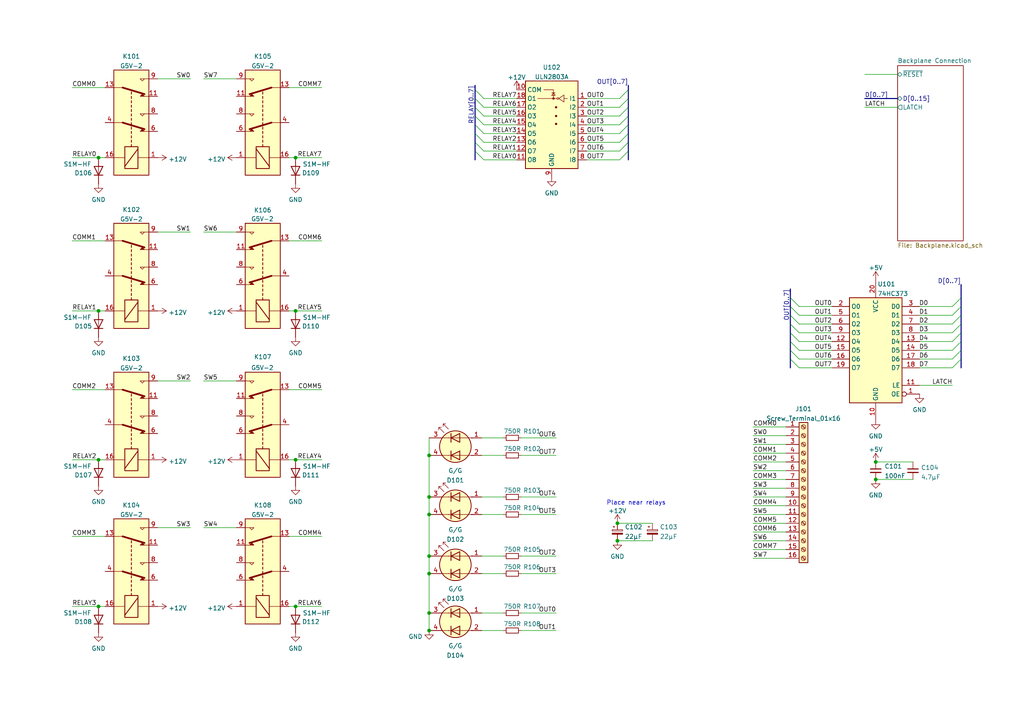
<source format=kicad_sch>
(kicad_sch (version 20211123) (generator eeschema)
  (paper "A4")
  (title_block (title "8 Channel Relay IO") (date "2022-01-09") (rev "1") (company "Tristan Seifert") (comment 1 "NOTE: Not for switching mains!"))
  (lib_symbols
    (symbol "74xx:74HC373"
      (property "Reference" "U" (at -7.62 16.51 0))
      (property "Value" "74HC373" (at -7.62 -16.51 0))
      (symbol "74HC373_1_0"
        (pin input inverted (at -12.7 -12.7 0) (length 5.08) (name "OE") (number "1"))
        (pin power_in line (at 0 -20.32 90) (length 5.08) (name "GND") (number "10"))
        (pin input line (at -12.7 -10.16 0) (length 5.08) (name "LE") (number "11"))
        (pin tri_state line (at 12.7 2.54 180) (length 5.08) (name "O4") (number "12"))
        (pin input line (at -12.7 2.54 0) (length 5.08) (name "D4") (number "13"))
        (pin input line (at -12.7 0 0) (length 5.08) (name "D5") (number "14"))
        (pin tri_state line (at 12.7 0 180) (length 5.08) (name "O5") (number "15"))
        (pin tri_state line (at 12.7 -2.54 180) (length 5.08) (name "O6") (number "16"))
        (pin input line (at -12.7 -2.54 0) (length 5.08) (name "D6") (number "17"))
        (pin input line (at -12.7 -5.08 0) (length 5.08) (name "D7") (number "18"))
        (pin tri_state line (at 12.7 -5.08 180) (length 5.08) (name "O7") (number "19"))
        (pin tri_state line (at 12.7 12.7 180) (length 5.08) (name "O0") (number "2"))
        (pin power_in line (at 0 20.32 270) (length 5.08) (name "VCC") (number "20"))
        (pin input line (at -12.7 12.7 0) (length 5.08) (name "D0") (number "3"))
        (pin input line (at -12.7 10.16 0) (length 5.08) (name "D1") (number "4"))
        (pin tri_state line (at 12.7 10.16 180) (length 5.08) (name "O1") (number "5"))
        (pin tri_state line (at 12.7 7.62 180) (length 5.08) (name "O2") (number "6"))
        (pin input line (at -12.7 7.62 0) (length 5.08) (name "D2") (number "7"))
        (pin input line (at -12.7 5.08 0) (length 5.08) (name "D3") (number "8"))
        (pin tri_state line (at 12.7 5.08 180) (length 5.08) (name "O3") (number "9"))
      )
      (symbol "74HC373_1_1"
        (rectangle (start -7.62 15.24) (end 7.62 -15.24) (stroke (width 0.254)) (fill (type background)))
      )
    )
    (symbol "Connector:Screw_Terminal_01x16" (pin_names (offset 1.016) hide)
      (property "Reference" "J" (at 0 20.32 0))
      (property "Value" "Screw_Terminal_01x16" (at 0 -22.86 0))
      (symbol "Screw_Terminal_01x16_1_1"
        (rectangle (start -1.27 19.05) (end 1.27 -21.59) (stroke (width 0.254)) (fill (type background)))
        (circle (center 0 -20.32) (radius 0.635) (stroke (width 0.1524)))
        (circle (center 0 -17.78) (radius 0.635) (stroke (width 0.1524)))
        (circle (center 0 -15.24) (radius 0.635) (stroke (width 0.1524)))
        (circle (center 0 -12.7) (radius 0.635) (stroke (width 0.1524)))
        (circle (center 0 -10.16) (radius 0.635) (stroke (width 0.1524)))
        (circle (center 0 -7.62) (radius 0.635) (stroke (width 0.1524)))
        (circle (center 0 -5.08) (radius 0.635) (stroke (width 0.1524)))
        (circle (center 0 -2.54) (radius 0.635) (stroke (width 0.1524)))
        (polyline (pts (xy -0.5334 -19.9898) (xy 0.3302 -20.828)) (stroke (width 0.1524)))
        (polyline (pts (xy -0.5334 -17.4498) (xy 0.3302 -18.288)) (stroke (width 0.1524)))
        (polyline (pts (xy -0.5334 -14.9098) (xy 0.3302 -15.748)) (stroke (width 0.1524)))
        (polyline (pts (xy -0.5334 -12.3698) (xy 0.3302 -13.208)) (stroke (width 0.1524)))
        (polyline (pts (xy -0.5334 -9.8298) (xy 0.3302 -10.668)) (stroke (width 0.1524)))
        (polyline (pts (xy -0.5334 -7.2898) (xy 0.3302 -8.128)) (stroke (width 0.1524)))
        (polyline (pts (xy -0.5334 -4.7498) (xy 0.3302 -5.588)) (stroke (width 0.1524)))
        (polyline (pts (xy -0.5334 -2.2098) (xy 0.3302 -3.048)) (stroke (width 0.1524)))
        (polyline (pts (xy -0.5334 0.3302) (xy 0.3302 -0.508)) (stroke (width 0.1524)))
        (polyline (pts (xy -0.5334 2.8702) (xy 0.3302 2.032)) (stroke (width 0.1524)))
        (polyline (pts (xy -0.5334 5.4102) (xy 0.3302 4.572)) (stroke (width 0.1524)))
        (polyline (pts (xy -0.5334 7.9502) (xy 0.3302 7.112)) (stroke (width 0.1524)))
        (polyline (pts (xy -0.5334 10.4902) (xy 0.3302 9.652)) (stroke (width 0.1524)))
        (polyline (pts (xy -0.5334 13.0302) (xy 0.3302 12.192)) (stroke (width 0.1524)))
        (polyline (pts (xy -0.5334 15.5702) (xy 0.3302 14.732)) (stroke (width 0.1524)))
        (polyline (pts (xy -0.5334 18.1102) (xy 0.3302 17.272)) (stroke (width 0.1524)))
        (polyline (pts (xy -0.3556 -19.812) (xy 0.508 -20.6502)) (stroke (width 0.1524)))
        (polyline (pts (xy -0.3556 -17.272) (xy 0.508 -18.1102)) (stroke (width 0.1524)))
        (polyline (pts (xy -0.3556 -14.732) (xy 0.508 -15.5702)) (stroke (width 0.1524)))
        (polyline (pts (xy -0.3556 -12.192) (xy 0.508 -13.0302)) (stroke (width 0.1524)))
        (polyline (pts (xy -0.3556 -9.652) (xy 0.508 -10.4902)) (stroke (width 0.1524)))
        (polyline (pts (xy -0.3556 -7.112) (xy 0.508 -7.9502)) (stroke (width 0.1524)))
        (polyline (pts (xy -0.3556 -4.572) (xy 0.508 -5.4102)) (stroke (width 0.1524)))
        (polyline (pts (xy -0.3556 -2.032) (xy 0.508 -2.8702)) (stroke (width 0.1524)))
        (polyline (pts (xy -0.3556 0.508) (xy 0.508 -0.3302)) (stroke (width 0.1524)))
        (polyline (pts (xy -0.3556 3.048) (xy 0.508 2.2098)) (stroke (width 0.1524)))
        (polyline (pts (xy -0.3556 5.588) (xy 0.508 4.7498)) (stroke (width 0.1524)))
        (polyline (pts (xy -0.3556 8.128) (xy 0.508 7.2898)) (stroke (width 0.1524)))
        (polyline (pts (xy -0.3556 10.668) (xy 0.508 9.8298)) (stroke (width 0.1524)))
        (polyline (pts (xy -0.3556 13.208) (xy 0.508 12.3698)) (stroke (width 0.1524)))
        (polyline (pts (xy -0.3556 15.748) (xy 0.508 14.9098)) (stroke (width 0.1524)))
        (polyline (pts (xy -0.3556 18.288) (xy 0.508 17.4498)) (stroke (width 0.1524)))
        (circle (center 0 0) (radius 0.635) (stroke (width 0.1524)))
        (circle (center 0 2.54) (radius 0.635) (stroke (width 0.1524)))
        (circle (center 0 5.08) (radius 0.635) (stroke (width 0.1524)))
        (circle (center 0 7.62) (radius 0.635) (stroke (width 0.1524)))
        (circle (center 0 10.16) (radius 0.635) (stroke (width 0.1524)))
        (circle (center 0 12.7) (radius 0.635) (stroke (width 0.1524)))
        (circle (center 0 15.24) (radius 0.635) (stroke (width 0.1524)))
        (circle (center 0 17.78) (radius 0.635) (stroke (width 0.1524)))
        (pin passive line (at -5.08 17.78 0) (length 3.81) (name "Pin_1") (number "1"))
        (pin passive line (at -5.08 -5.08 0) (length 3.81) (name "Pin_10") (number "10"))
        (pin passive line (at -5.08 -7.62 0) (length 3.81) (name "Pin_11") (number "11"))
        (pin passive line (at -5.08 -10.16 0) (length 3.81) (name "Pin_12") (number "12"))
        (pin passive line (at -5.08 -12.7 0) (length 3.81) (name "Pin_13") (number "13"))
        (pin passive line (at -5.08 -15.24 0) (length 3.81) (name "Pin_14") (number "14"))
        (pin passive line (at -5.08 -17.78 0) (length 3.81) (name "Pin_15") (number "15"))
        (pin passive line (at -5.08 -20.32 0) (length 3.81) (name "Pin_16") (number "16"))
        (pin passive line (at -5.08 15.24 0) (length 3.81) (name "Pin_2") (number "2"))
        (pin passive line (at -5.08 12.7 0) (length 3.81) (name "Pin_3") (number "3"))
        (pin passive line (at -5.08 10.16 0) (length 3.81) (name "Pin_4") (number "4"))
        (pin passive line (at -5.08 7.62 0) (length 3.81) (name "Pin_5") (number "5"))
        (pin passive line (at -5.08 5.08 0) (length 3.81) (name "Pin_6") (number "6"))
        (pin passive line (at -5.08 2.54 0) (length 3.81) (name "Pin_7") (number "7"))
        (pin passive line (at -5.08 0 0) (length 3.81) (name "Pin_8") (number "8"))
        (pin passive line (at -5.08 -2.54 0) (length 3.81) (name "Pin_9") (number "9"))
      )
    )
    (symbol "Device:C_Polarized_Small" (pin_numbers hide) (pin_names (offset 0.254) hide)
      (property "Reference" "C" (at 0.254 1.778 0))
      (property "Value" "C_Polarized_Small" (at 0.254 -2.032 0))
      (symbol "C_Polarized_Small_0_1"
        (rectangle (start -1.524 -0.3048) (end 1.524 -0.6858) (fill (type outline)))
        (rectangle (start -1.524 0.6858) (end 1.524 0.3048))
        (polyline (pts (xy -1.27 1.524) (xy -0.762 1.524)))
        (polyline (pts (xy -1.016 1.27) (xy -1.016 1.778)))
      )
      (symbol "C_Polarized_Small_1_1"
        (pin passive line (at 0 2.54 270) (length 1.8542) (name "~") (number "1"))
        (pin passive line (at 0 -2.54 90) (length 1.8542) (name "~") (number "2"))
      )
    )
    (symbol "Device:C_Small" (pin_numbers hide) (pin_names (offset 0.254) hide)
      (property "Reference" "C" (at 0.254 1.778 0))
      (property "Value" "C_Small" (at 0.254 -2.032 0))
      (symbol "C_Small_0_1"
        (polyline (pts (xy -1.524 -0.508) (xy 1.524 -0.508)) (stroke (width 0.3302)))
        (polyline (pts (xy -1.524 0.508) (xy 1.524 0.508)) (stroke (width 0.3048)))
      )
      (symbol "C_Small_1_1"
        (pin passive line (at 0 2.54 270) (length 2.032) (name "~") (number "1"))
        (pin passive line (at 0 -2.54 90) (length 2.032) (name "~") (number "2"))
      )
    )
    (symbol "Device:LED_Dual_AAKK" (pin_names (offset 0) hide)
      (property "Reference" "D" (at 0 5.715 0))
      (property "Value" "LED_Dual_AAKK" (at 0 -6.35 0))
      (symbol "LED_Dual_AAKK_0_1"
        (polyline (pts (xy -5.08 -2.54) (xy 2.032 -2.54)))
        (polyline (pts (xy -5.08 2.54) (xy 2.032 2.54)))
        (polyline (pts (xy 1.27 -1.27) (xy 1.27 -3.81)) (stroke (width 0.254)))
        (polyline (pts (xy 1.27 3.81) (xy 1.27 1.27)) (stroke (width 0.254)))
        (polyline (pts (xy 3.81 -2.54) (xy 1.905 -2.54)))
        (polyline (pts (xy 3.81 2.54) (xy 1.905 2.54)))
        (polyline (pts (xy -1.27 -1.27) (xy -1.27 -3.81) (xy 1.27 -2.54) (xy -1.27 -1.27)) (stroke (width 0.254)))
        (polyline (pts (xy -1.27 3.81) (xy -1.27 1.27) (xy 1.27 2.54) (xy -1.27 3.81)) (stroke (width 0.254)))
        (polyline (pts (xy 2.032 5.08) (xy 3.556 6.604) (xy 2.794 6.604) (xy 3.556 6.604) (xy 3.556 5.842)))
        (polyline (pts (xy 3.302 4.064) (xy 4.826 5.588) (xy 4.064 5.588) (xy 4.826 5.588) (xy 4.826 4.826)))
        (circle (center 0 0) (radius 4.572) (stroke (width 0.254)) (fill (type background)))
      )
      (symbol "LED_Dual_AAKK_1_1"
        (pin input line (at -7.62 2.54 0) (length 3.048) (name "A1") (number "1"))
        (pin input line (at -7.62 -2.54 0) (length 3.048) (name "A2") (number "2"))
        (pin input line (at 7.62 2.54 180) (length 3.81) (name "K1") (number "3"))
        (pin input line (at 7.62 -2.54 180) (length 3.81) (name "K2") (number "4"))
      )
    )
    (symbol "Device:R_Small" (pin_numbers hide) (pin_names (offset 0.254) hide)
      (property "Reference" "R" (at 0.762 0.508 0))
      (property "Value" "R_Small" (at 0.762 -1.016 0))
      (symbol "R_Small_0_1"
        (rectangle (start -0.762 1.778) (end 0.762 -1.778) (stroke (width 0.2032)))
      )
      (symbol "R_Small_1_1"
        (pin passive line (at 0 2.54 270) (length 0.762) (name "~") (number "1"))
        (pin passive line (at 0 -2.54 90) (length 0.762) (name "~") (number "2"))
      )
    )
    (symbol "Diode:SM4007" (pin_numbers hide) (pin_names (offset 1.016) hide)
      (property "Reference" "D" (at 0 2.54 0))
      (property "Value" "SM4007" (at 0 -2.54 0))
      (symbol "SM4007_0_1"
        (polyline (pts (xy -1.27 1.27) (xy -1.27 -1.27)) (stroke (width 0.254)))
        (polyline (pts (xy 1.27 0) (xy -1.27 0)))
        (polyline (pts (xy 1.27 1.27) (xy 1.27 -1.27) (xy -1.27 0) (xy 1.27 1.27)) (stroke (width 0.254)))
      )
      (symbol "SM4007_1_1"
        (pin passive line (at -3.81 0 0) (length 2.54) (name "K") (number "1"))
        (pin passive line (at 3.81 0 180) (length 2.54) (name "A") (number "2"))
      )
    )
    (symbol "Relay:G5V-2"
      (property "Reference" "K" (at 16.51 3.81 0))
      (property "Value" "G5V-2" (at 16.51 1.27 0))
      (symbol "G5V-2_0_1"
        (rectangle (start -15.24 5.08) (end 15.24 -5.08) (stroke (width 0.254)) (fill (type background)))
        (rectangle (start -13.335 1.905) (end -6.985 -1.905) (stroke (width 0.254)))
        (polyline (pts (xy -12.7 -1.905) (xy -7.62 1.905)) (stroke (width 0.254)))
        (polyline (pts (xy -10.16 -5.08) (xy -10.16 -1.905)))
        (polyline (pts (xy -10.16 5.08) (xy -10.16 1.905)))
        (polyline (pts (xy -6.985 0) (xy -6.35 0)) (stroke (width 0.254)))
        (polyline (pts (xy -5.715 0) (xy -5.08 0)) (stroke (width 0.254)))
        (polyline (pts (xy -4.445 0) (xy -3.81 0)) (stroke (width 0.254)))
        (polyline (pts (xy -3.175 0) (xy -2.54 0)) (stroke (width 0.254)))
        (polyline (pts (xy -1.905 0) (xy -1.27 0)) (stroke (width 0.254)))
        (polyline (pts (xy -0.635 0) (xy 0 0)) (stroke (width 0.254)))
        (polyline (pts (xy 0 -2.54) (xy -1.905 3.81)) (stroke (width 0.508)))
        (polyline (pts (xy 0 -2.54) (xy 0 -5.08)))
        (polyline (pts (xy 0.635 0) (xy 1.27 0)) (stroke (width 0.254)))
        (polyline (pts (xy 1.905 0) (xy 2.54 0)) (stroke (width 0.254)))
        (polyline (pts (xy 3.175 0) (xy 3.81 0)) (stroke (width 0.254)))
        (polyline (pts (xy 4.445 0) (xy 5.08 0)) (stroke (width 0.254)))
        (polyline (pts (xy 5.715 0) (xy 6.35 0)) (stroke (width 0.254)))
        (polyline (pts (xy 6.985 0) (xy 7.62 0)) (stroke (width 0.254)))
        (polyline (pts (xy 8.255 0) (xy 8.89 0)) (stroke (width 0.254)))
        (polyline (pts (xy 10.16 -2.54) (xy 8.255 3.81)) (stroke (width 0.508)))
        (polyline (pts (xy 10.16 -2.54) (xy 10.16 -5.08)))
        (polyline (pts (xy -2.54 5.08) (xy -2.54 2.54) (xy -1.905 3.175) (xy -2.54 3.81)) (fill (type outline)))
        (polyline (pts (xy 2.54 5.08) (xy 2.54 2.54) (xy 1.905 3.175) (xy 2.54 3.81)))
        (polyline (pts (xy 7.62 5.08) (xy 7.62 2.54) (xy 8.255 3.175) (xy 7.62 3.81)) (fill (type outline)))
        (polyline (pts (xy 12.7 5.08) (xy 12.7 2.54) (xy 12.065 3.175) (xy 12.7 3.81)))
      )
      (symbol "G5V-2_1_1"
        (pin passive line (at -10.16 7.62 270) (length 2.54) (name "~") (number "1"))
        (pin passive line (at 7.62 7.62 270) (length 2.54) (name "~") (number "11"))
        (pin passive line (at 10.16 -7.62 90) (length 2.54) (name "~") (number "13"))
        (pin passive line (at -10.16 -7.62 90) (length 2.54) (name "~") (number "16"))
        (pin passive line (at 0 -7.62 90) (length 2.54) (name "~") (number "4"))
        (pin passive line (at -2.54 7.62 270) (length 2.54) (name "~") (number "6"))
        (pin passive line (at 2.54 7.62 270) (length 2.54) (name "~") (number "8"))
        (pin passive line (at 12.7 7.62 270) (length 2.54) (name "~") (number "9"))
      )
    )
    (symbol "Transistor_Array:ULN2803A"
      (property "Reference" "U" (at 0 13.335 0))
      (property "Value" "ULN2803A" (at 0 11.43 0))
      (symbol "ULN2803A_0_1"
        (rectangle (start -7.62 -15.24) (end 7.62 10.16) (stroke (width 0.254)) (fill (type background)))
        (circle (center -1.778 5.08) (radius 0.254))
        (circle (center -1.27 -2.286) (radius 0.254) (fill (type outline)))
        (circle (center -1.27 0) (radius 0.254) (fill (type outline)))
        (circle (center -1.27 2.54) (radius 0.254) (fill (type outline)))
        (circle (center -0.508 5.08) (radius 0.254) (fill (type outline)))
        (polyline (pts (xy -4.572 5.08) (xy -3.556 5.08)))
        (polyline (pts (xy -1.524 5.08) (xy 4.064 5.08)))
        (polyline (pts (xy 0 6.731) (xy -1.016 6.731)))
        (polyline (pts (xy -0.508 5.08) (xy -0.508 7.62) (xy 2.286 7.62)))
        (polyline (pts (xy -3.556 6.096) (xy -3.556 4.064) (xy -2.032 5.08) (xy -3.556 6.096)))
        (polyline (pts (xy 0 5.969) (xy -1.016 5.969) (xy -0.508 6.731) (xy 0 5.969)))
      )
      (symbol "ULN2803A_1_1"
        (pin input line (at -10.16 5.08 0) (length 2.54) (name "I1") (number "1"))
        (pin passive line (at 10.16 7.62 180) (length 2.54) (name "COM") (number "10"))
        (pin open_collector line (at 10.16 -12.7 180) (length 2.54) (name "O8") (number "11"))
        (pin open_collector line (at 10.16 -10.16 180) (length 2.54) (name "O7") (number "12"))
        (pin open_collector line (at 10.16 -7.62 180) (length 2.54) (name "O6") (number "13"))
        (pin open_collector line (at 10.16 -5.08 180) (length 2.54) (name "O5") (number "14"))
        (pin open_collector line (at 10.16 -2.54 180) (length 2.54) (name "O4") (number "15"))
        (pin open_collector line (at 10.16 0 180) (length 2.54) (name "O3") (number "16"))
        (pin open_collector line (at 10.16 2.54 180) (length 2.54) (name "O2") (number "17"))
        (pin open_collector line (at 10.16 5.08 180) (length 2.54) (name "O1") (number "18"))
        (pin input line (at -10.16 2.54 0) (length 2.54) (name "I2") (number "2"))
        (pin input line (at -10.16 0 0) (length 2.54) (name "I3") (number "3"))
        (pin input line (at -10.16 -2.54 0) (length 2.54) (name "I4") (number "4"))
        (pin input line (at -10.16 -5.08 0) (length 2.54) (name "I5") (number "5"))
        (pin input line (at -10.16 -7.62 0) (length 2.54) (name "I6") (number "6"))
        (pin input line (at -10.16 -10.16 0) (length 2.54) (name "I7") (number "7"))
        (pin input line (at -10.16 -12.7 0) (length 2.54) (name "I8") (number "8"))
        (pin power_in line (at 0 -17.78 90) (length 2.54) (name "GND") (number "9"))
      )
    )
    (symbol "power:+12V" (power) (pin_names (offset 0))
      (property "Value" "+12V" (at 0 3.556 0))
      (symbol "+12V_0_1"
        (polyline (pts (xy -0.762 1.27) (xy 0 2.54)))
        (polyline (pts (xy 0 0) (xy 0 2.54)))
        (polyline (pts (xy 0 2.54) (xy 0.762 1.27)))
      )
      (symbol "+12V_1_1"
        (pin power_in line (at 0 0 90) (length 0) hide (name "+12V") (number "1"))
      )
    )
    (symbol "power:+5V" (power) (pin_names (offset 0))
      (property "Value" "+5V" (at 0 3.556 0))
      (symbol "+5V_0_1"
        (polyline (pts (xy -0.762 1.27) (xy 0 2.54)))
        (polyline (pts (xy 0 0) (xy 0 2.54)))
        (polyline (pts (xy 0 2.54) (xy 0.762 1.27)))
      )
      (symbol "+5V_1_1"
        (pin power_in line (at 0 0 90) (length 0) hide (name "+5V") (number "1"))
      )
    )
    (symbol "power:GND" (power) (pin_names (offset 0))
      (property "Value" "GND" (at 0 -3.81 0))
      (symbol "GND_0_1"
        (polyline (pts (xy 0 0) (xy 0 -1.27) (xy 1.27 -1.27) (xy 0 -2.54) (xy -1.27 -1.27) (xy 0 -1.27)))
      )
      (symbol "GND_1_1"
        (pin power_in line (at 0 0 270) (length 0) hide (name "GND") (number "1"))
      )
    )
  )
  (junction (at 124.46 182.88))
  (junction (at 124.46 132.08))
  (junction (at 28.575 90.17))
  (junction (at 254 133.985))
  (junction (at 179.07 156.845))
  (junction (at 85.725 133.35))
  (junction (at 28.575 175.895))
  (junction (at 179.07 151.765))
  (junction (at 85.725 45.72))
  (junction (at 85.725 175.895))
  (junction (at 124.46 149.225))
  (junction (at 85.725 90.17))
  (junction (at 28.575 133.35))
  (junction (at 124.46 177.8))
  (junction (at 124.46 144.145))
  (junction (at 254 139.065))
  (junction (at 124.46 161.29))
  (junction (at 124.46 166.37))
  (junction (at 28.575 45.72))
  (bus_entry (at 137.795 31.115) (size 2.54 2.54))
  (bus_entry (at 276.225 106.68) (size 2.54 -2.54))
  (bus_entry (at 137.795 28.575) (size 2.54 2.54))
  (bus_entry (at 137.795 36.195) (size 2.54 2.54))
  (bus_entry (at 179.705 38.735) (size 2.54 -2.54))
  (bus_entry (at 229.235 86.36) (size 2.54 2.54))
  (bus_entry (at 276.225 104.14) (size 2.54 -2.54))
  (bus_entry (at 179.705 33.655) (size 2.54 -2.54))
  (bus_entry (at 276.225 101.6) (size 2.54 -2.54))
  (bus_entry (at 179.705 43.815) (size 2.54 -2.54))
  (bus_entry (at 229.235 93.98) (size 2.54 2.54))
  (bus_entry (at 137.795 33.655) (size 2.54 2.54))
  (bus_entry (at 276.225 99.06) (size 2.54 -2.54))
  (bus_entry (at 276.225 93.98) (size 2.54 -2.54))
  (bus_entry (at 137.795 41.275) (size 2.54 2.54))
  (bus_entry (at 276.225 91.44) (size 2.54 -2.54))
  (bus_entry (at 276.225 88.9) (size 2.54 -2.54))
  (bus_entry (at 137.795 38.735) (size 2.54 2.54))
  (bus_entry (at 276.225 96.52) (size 2.54 -2.54))
  (bus_entry (at 229.235 99.06) (size 2.54 2.54))
  (bus_entry (at 137.795 43.815) (size 2.54 2.54))
  (bus_entry (at 229.235 101.6) (size 2.54 2.54))
  (bus_entry (at 229.235 104.14) (size 2.54 2.54))
  (bus_entry (at 229.235 96.52) (size 2.54 2.54))
  (bus_entry (at 229.235 91.44) (size 2.54 2.54))
  (bus_entry (at 179.705 36.195) (size 2.54 -2.54))
  (bus_entry (at 179.705 41.275) (size 2.54 -2.54))
  (bus_entry (at 229.235 88.9) (size 2.54 2.54))
  (bus_entry (at 179.705 46.355) (size 2.54 -2.54))
  (bus_entry (at 137.795 26.035) (size 2.54 2.54))
  (bus_entry (at 179.705 28.575) (size 2.54 -2.54))
  (bus_entry (at 179.705 31.115) (size 2.54 -2.54))
  (bus (pts (xy 278.765 93.98) (xy 278.765 96.52)))
  (wire (pts (xy 28.575 133.35) (xy 30.48 133.35)))
  (wire (pts (xy 68.58 110.49) (xy 59.055 110.49)))
  (bus (pts (xy 137.795 41.275) (xy 137.795 43.815)))
  (bus (pts (xy 229.235 91.44) (xy 229.235 93.98)))
  (bus (pts (xy 137.795 36.195) (xy 137.795 38.735)))
  (wire (pts (xy 151.13 132.08) (xy 161.29 132.08)))
  (bus (pts (xy 229.235 96.52) (xy 229.235 99.06)))
  (bus (pts (xy 137.795 33.655) (xy 137.795 36.195)))
  (bus (pts (xy 182.245 41.275) (xy 182.245 43.815)))
  (bus (pts (xy 278.765 96.52) (xy 278.765 99.06)))
  (wire (pts (xy 83.82 113.03) (xy 93.345 113.03)))
  (bus (pts (xy 229.235 101.6) (xy 229.235 104.14)))
  (wire (pts (xy 45.72 153.035) (xy 55.245 153.035)))
  (wire (pts (xy 55.245 22.86) (xy 45.72 22.86)))
  (wire (pts (xy 227.965 128.905) (xy 218.44 128.905)))
  (wire (pts (xy 140.335 38.735) (xy 149.86 38.735)))
  (wire (pts (xy 68.58 22.86) (xy 59.055 22.86)))
  (wire (pts (xy 227.965 126.365) (xy 218.44 126.365)))
  (wire (pts (xy 227.965 146.685) (xy 218.44 146.685)))
  (wire (pts (xy 151.13 182.88) (xy 161.29 182.88)))
  (bus (pts (xy 182.245 28.575) (xy 182.245 31.115)))
  (wire (pts (xy 266.7 96.52) (xy 276.225 96.52)))
  (wire (pts (xy 227.965 136.525) (xy 218.44 136.525)))
  (bus (pts (xy 137.795 28.575) (xy 137.795 31.115)))
  (wire (pts (xy 151.13 127) (xy 161.29 127)))
  (bus (pts (xy 137.795 26.035) (xy 137.795 28.575)))
  (wire (pts (xy 170.18 46.355) (xy 179.705 46.355)))
  (bus (pts (xy 229.235 104.14) (xy 229.235 106.68)))
  (wire (pts (xy 266.7 88.9) (xy 276.225 88.9)))
  (wire (pts (xy 231.775 104.14) (xy 241.3 104.14)))
  (wire (pts (xy 93.345 45.72) (xy 85.725 45.72)))
  (wire (pts (xy 250.825 31.115) (xy 260.35 31.115)))
  (wire (pts (xy 93.345 133.35) (xy 85.725 133.35)))
  (wire (pts (xy 83.82 155.575) (xy 93.345 155.575)))
  (wire (pts (xy 227.965 149.225) (xy 218.44 149.225)))
  (wire (pts (xy 124.46 149.225) (xy 124.46 161.29)))
  (bus (pts (xy 182.245 24.765) (xy 182.245 26.035)))
  (wire (pts (xy 266.7 91.44) (xy 276.225 91.44)))
  (wire (pts (xy 266.7 104.14) (xy 276.225 104.14)))
  (wire (pts (xy 231.775 96.52) (xy 241.3 96.52)))
  (wire (pts (xy 151.13 161.29) (xy 161.29 161.29)))
  (bus (pts (xy 229.235 83.82) (xy 229.235 86.36)))
  (bus (pts (xy 278.765 104.14) (xy 278.765 106.68)))
  (wire (pts (xy 20.955 90.17) (xy 28.575 90.17)))
  (wire (pts (xy 124.46 161.29) (xy 124.46 166.37)))
  (wire (pts (xy 179.07 151.765) (xy 189.23 151.765)))
  (wire (pts (xy 83.82 25.4) (xy 93.345 25.4)))
  (bus (pts (xy 137.795 24.765) (xy 137.795 26.035)))
  (wire (pts (xy 170.18 36.195) (xy 179.705 36.195)))
  (wire (pts (xy 170.18 31.115) (xy 179.705 31.115)))
  (bus (pts (xy 182.245 31.115) (xy 182.245 33.655)))
  (bus (pts (xy 229.235 99.06) (xy 229.235 101.6)))
  (wire (pts (xy 140.335 28.575) (xy 149.86 28.575)))
  (bus (pts (xy 278.765 86.36) (xy 278.765 88.9)))
  (wire (pts (xy 227.965 161.925) (xy 218.44 161.925)))
  (wire (pts (xy 140.335 43.815) (xy 149.86 43.815)))
  (wire (pts (xy 85.725 175.895) (xy 83.82 175.895)))
  (wire (pts (xy 146.05 127) (xy 139.7 127)))
  (wire (pts (xy 151.13 144.145) (xy 161.29 144.145)))
  (wire (pts (xy 250.825 21.59) (xy 260.35 21.59)))
  (wire (pts (xy 28.575 90.17) (xy 30.48 90.17)))
  (wire (pts (xy 227.965 156.845) (xy 218.44 156.845)))
  (bus (pts (xy 229.235 86.36) (xy 229.235 88.9)))
  (wire (pts (xy 140.335 46.355) (xy 149.86 46.355)))
  (wire (pts (xy 124.46 144.145) (xy 124.46 149.225)))
  (wire (pts (xy 266.7 99.06) (xy 276.225 99.06)))
  (wire (pts (xy 151.13 149.225) (xy 161.29 149.225)))
  (wire (pts (xy 124.46 177.8) (xy 124.46 182.88)))
  (bus (pts (xy 182.245 36.195) (xy 182.245 38.735)))
  (wire (pts (xy 170.18 41.275) (xy 179.705 41.275)))
  (wire (pts (xy 140.335 41.275) (xy 149.86 41.275)))
  (wire (pts (xy 179.07 156.845) (xy 189.23 156.845)))
  (wire (pts (xy 227.965 144.145) (xy 218.44 144.145)))
  (wire (pts (xy 124.46 127) (xy 124.46 132.08)))
  (wire (pts (xy 170.18 28.575) (xy 179.705 28.575)))
  (bus (pts (xy 137.795 43.815) (xy 137.795 46.355)))
  (bus (pts (xy 278.765 82.55) (xy 278.765 86.36)))
  (wire (pts (xy 231.775 101.6) (xy 241.3 101.6)))
  (wire (pts (xy 93.345 175.895) (xy 85.725 175.895)))
  (wire (pts (xy 124.46 166.37) (xy 124.46 177.8)))
  (wire (pts (xy 85.725 133.35) (xy 83.82 133.35)))
  (bus (pts (xy 182.245 43.815) (xy 182.245 46.355)))
  (bus (pts (xy 137.795 31.115) (xy 137.795 33.655)))
  (wire (pts (xy 170.18 43.815) (xy 179.705 43.815)))
  (wire (pts (xy 20.955 175.895) (xy 28.575 175.895)))
  (bus (pts (xy 137.795 38.735) (xy 137.795 41.275)))
  (wire (pts (xy 146.05 161.29) (xy 139.7 161.29)))
  (wire (pts (xy 266.7 111.76) (xy 276.225 111.76)))
  (wire (pts (xy 227.965 159.385) (xy 218.44 159.385)))
  (wire (pts (xy 231.775 88.9) (xy 241.3 88.9)))
  (wire (pts (xy 30.48 69.85) (xy 20.955 69.85)))
  (bus (pts (xy 182.245 26.035) (xy 182.245 28.575)))
  (wire (pts (xy 68.58 153.035) (xy 59.055 153.035)))
  (wire (pts (xy 140.335 33.655) (xy 149.86 33.655)))
  (wire (pts (xy 266.7 106.68) (xy 276.225 106.68)))
  (wire (pts (xy 140.335 31.115) (xy 149.86 31.115)))
  (wire (pts (xy 231.775 93.98) (xy 241.3 93.98)))
  (bus (pts (xy 229.235 88.9) (xy 229.235 91.44)))
  (bus (pts (xy 182.245 38.735) (xy 182.245 41.275)))
  (wire (pts (xy 146.05 182.88) (xy 139.7 182.88)))
  (wire (pts (xy 30.48 155.575) (xy 20.955 155.575)))
  (bus (pts (xy 278.765 99.06) (xy 278.765 101.6)))
  (wire (pts (xy 28.575 175.895) (xy 30.48 175.895)))
  (wire (pts (xy 227.965 123.825) (xy 218.44 123.825)))
  (wire (pts (xy 254 133.985) (xy 264.795 133.985)))
  (wire (pts (xy 170.18 38.735) (xy 179.705 38.735)))
  (wire (pts (xy 227.965 133.985) (xy 218.44 133.985)))
  (wire (pts (xy 266.7 93.98) (xy 276.225 93.98)))
  (wire (pts (xy 266.7 101.6) (xy 276.225 101.6)))
  (wire (pts (xy 151.13 177.8) (xy 161.29 177.8)))
  (wire (pts (xy 254 139.065) (xy 264.795 139.065)))
  (wire (pts (xy 30.48 113.03) (xy 20.955 113.03)))
  (wire (pts (xy 146.05 166.37) (xy 139.7 166.37)))
  (wire (pts (xy 227.965 131.445) (xy 218.44 131.445)))
  (wire (pts (xy 45.72 67.31) (xy 55.245 67.31)))
  (wire (pts (xy 146.05 132.08) (xy 139.7 132.08)))
  (wire (pts (xy 227.965 139.065) (xy 218.44 139.065)))
  (bus (pts (xy 250.825 28.575) (xy 260.35 28.575)))
  (bus (pts (xy 182.245 33.655) (xy 182.245 36.195)))
  (wire (pts (xy 231.775 91.44) (xy 241.3 91.44)))
  (wire (pts (xy 227.965 154.305) (xy 218.44 154.305)))
  (wire (pts (xy 146.05 144.145) (xy 139.7 144.145)))
  (bus (pts (xy 278.765 101.6) (xy 278.765 104.14)))
  (wire (pts (xy 68.58 67.31) (xy 59.055 67.31)))
  (wire (pts (xy 45.72 110.49) (xy 55.245 110.49)))
  (wire (pts (xy 170.18 33.655) (xy 179.705 33.655)))
  (wire (pts (xy 227.965 141.605) (xy 218.44 141.605)))
  (wire (pts (xy 20.955 133.35) (xy 28.575 133.35)))
  (wire (pts (xy 140.335 36.195) (xy 149.86 36.195)))
  (wire (pts (xy 85.725 45.72) (xy 83.82 45.72)))
  (wire (pts (xy 28.575 45.72) (xy 30.48 45.72)))
  (wire (pts (xy 231.775 106.68) (xy 241.3 106.68)))
  (wire (pts (xy 227.965 151.765) (xy 218.44 151.765)))
  (bus (pts (xy 278.765 91.44) (xy 278.765 93.98)))
  (wire (pts (xy 30.48 25.4) (xy 20.955 25.4)))
  (bus (pts (xy 278.765 88.9) (xy 278.765 91.44)))
  (wire (pts (xy 124.46 132.08) (xy 124.46 144.145)))
  (wire (pts (xy 93.345 90.17) (xy 85.725 90.17)))
  (wire (pts (xy 20.955 45.72) (xy 28.575 45.72)))
  (wire (pts (xy 231.775 99.06) (xy 241.3 99.06)))
  (bus (pts (xy 229.235 93.98) (xy 229.235 96.52)))
  (wire (pts (xy 85.725 90.17) (xy 83.82 90.17)))
  (wire (pts (xy 83.82 69.85) (xy 93.345 69.85)))
  (wire (pts (xy 146.05 177.8) (xy 139.7 177.8)))
  (wire (pts (xy 151.13 166.37) (xy 161.29 166.37)))
  (wire (pts (xy 146.05 149.225) (xy 139.7 149.225)))
  (text "Place near relays" (at 175.895 146.685 0) (effects (font (size 1.27 1.27)) (justify left bottom)))
  (label "OUT3" (at 241.3 96.52 180))
  (label "RELAY5" (at 149.86 33.655 180))
  (label "OUT5" (at 170.18 41.275 0))
  (label "COMM1" (at 20.955 69.85 0))
  (label "D[0..7]" (at 250.825 28.575 0))
  (label "OUT7" (at 161.29 132.08 180))
  (label "COMM2" (at 20.955 113.03 0))
  (label "OUT5" (at 241.3 101.6 180))
  (label "D6" (at 269.24 104.14 180))
  (label "OUT1" (at 161.29 182.88 180))
  (label "SW2" (at 218.44 136.525 0))
  (label "OUT1" (at 170.18 31.115 0))
  (label "COMM1" (at 218.44 131.445 0))
  (label "RELAY6" (at 149.86 31.115 180))
  (label "OUT6" (at 161.29 127 180))
  (label "OUT1" (at 241.3 91.44 180))
  (label "COMM5" (at 218.44 151.765 0))
  (label "D2" (at 269.24 93.98 180))
  (label "OUT7" (at 170.18 46.355 0))
  (label "COMM3" (at 218.44 139.065 0))
  (label "RELAY3" (at 149.86 38.735 180))
  (label "COMM3" (at 20.955 155.575 0))
  (label "COMM4" (at 93.345 155.575 180))
  (label "COMM5" (at 93.345 113.03 180))
  (label "SW1" (at 55.245 67.31 180))
  (label "RELAY6" (at 93.345 175.895 180))
  (label "RELAY7" (at 149.86 28.575 180))
  (label "OUT5" (at 161.29 149.225 180))
  (label "SW5" (at 218.44 149.225 0))
  (label "RELAY2" (at 20.955 133.35 0))
  (label "D1" (at 269.24 91.44 180))
  (label "SW6" (at 59.055 67.31 0))
  (label "SW0" (at 218.44 126.365 0))
  (label "COMM4" (at 218.44 146.685 0))
  (label "D3" (at 269.24 96.52 180))
  (label "OUT4" (at 161.29 144.145 180))
  (label "LATCH" (at 250.825 31.115 0))
  (label "OUT2" (at 170.18 33.655 0))
  (label "SW2" (at 55.245 110.49 180))
  (label "SW4" (at 218.44 144.145 0))
  (label "OUT[0..7]" (at 229.235 83.82 270))
  (label "OUT4" (at 241.3 99.06 180))
  (label "SW7" (at 59.055 22.86 0))
  (label "RELAY2" (at 149.86 41.275 180))
  (label "OUT4" (at 170.18 38.735 0))
  (label "RELAY1" (at 20.955 90.17 0))
  (label "SW4" (at 59.055 153.035 0))
  (label "D0" (at 269.24 88.9 180))
  (label "RELAY5" (at 93.345 90.17 180))
  (label "OUT2" (at 241.3 93.98 180))
  (label "LATCH" (at 276.225 111.76 180))
  (label "COMM0" (at 20.955 25.4 0))
  (label "OUT0" (at 161.29 177.8 180))
  (label "OUT6" (at 170.18 43.815 0))
  (label "RELAY1" (at 149.86 43.815 180))
  (label "RELAY[0..7]" (at 137.795 24.765 270))
  (label "OUT2" (at 161.29 161.29 180))
  (label "COMM7" (at 218.44 159.385 0))
  (label "SW3" (at 55.245 153.035 180))
  (label "RELAY3" (at 20.955 175.895 0))
  (label "RELAY0" (at 20.955 45.72 0))
  (label "SW1" (at 218.44 128.905 0))
  (label "OUT7" (at 241.3 106.68 180))
  (label "SW0" (at 55.245 22.86 180))
  (label "OUT[0..7]" (at 182.245 24.765 180))
  (label "RELAY4" (at 93.345 133.35 180))
  (label "OUT0" (at 170.18 28.575 0))
  (label "COMM7" (at 93.345 25.4 180))
  (label "OUT3" (at 161.29 166.37 180))
  (label "OUT0" (at 241.3 88.9 180))
  (label "D[0..7]" (at 278.765 82.55 180))
  (label "SW5" (at 59.055 110.49 0))
  (label "COMM6" (at 93.345 69.85 180))
  (label "OUT3" (at 170.18 36.195 0))
  (label "RELAY7" (at 93.345 45.72 180))
  (label "RELAY0" (at 149.86 46.355 180))
  (label "SW6" (at 218.44 156.845 0))
  (label "OUT6" (at 241.3 104.14 180))
  (label "D7" (at 269.24 106.68 180))
  (label "D5" (at 269.24 101.6 180))
  (label "COMM2" (at 218.44 133.985 0))
  (label "COMM6" (at 218.44 154.305 0))
  (label "SW7" (at 218.44 161.925 0))
  (label "COMM0" (at 218.44 123.825 0))
  (label "RELAY4" (at 149.86 36.195 180))
  (label "D4" (at 269.24 99.06 180))
  (label "SW3" (at 218.44 141.605 0))
  (symbol (lib_id "Relay:G5V-2") (at 76.2 123.19 90) (unit 1)
    (property "Reference" "K107" (at 76.2 103.505 90))
    (property "Value" "G5V-2" (at 79.375 106.68 90) (effects (justify left)))
    (property "Footprint" "Relay_THT:Relay_DPDT_Omron_G5V-2" (effects hide))
    (property "Datasheet" "http://omronfs.omron.com/en_US/ecb/products/pdf/en-g5v_2.pdf" (effects hide))
  )
  (symbol (lib_id "Transistor_Array:ULN2803A") (at 160.02 33.655 0) (mirror y) (unit 1)
    (property "Reference" "U102" (at 160.02 19.5285 0))
    (property "Value" "ULN2803A" (at 160.02 22.3036 0))
    (property "Footprint" "Package_DIP:DIP-18_W7.62mm_Socket" (effects hide))
    (property "Datasheet" "http://www.ti.com/lit/ds/symlink/uln2803a.pdf" (effects hide))
  )
  (symbol (lib_id "Device:C_Polarized_Small") (at 189.23 154.305 0) (unit 1)
    (property "Reference" "C103" (at 191.389 152.8504 0) (effects (justify left)))
    (property "Value" "22µF" (at 191.389 155.6255 0) (effects (justify left)))
    (property "Footprint" "Capacitor_THT:CP_Radial_D6.3mm_P2.50mm" (effects hide))
    (property "MPN" "A759EK226M1JAAE054" (effects hide))
  )
  (symbol (lib_id "power:+5V") (at 254 81.28 0) (unit 1)
    (property "Reference" "#PWR0127" (effects hide))
    (property "Value" "+5V" (at 254 77.6755 0))
  )
  (symbol (lib_id "Device:R_Small") (at 148.59 144.145 90) (unit 1)
    (property "Reference" "R103" (at 154.305 142.24 90))
    (property "Value" "750R" (at 148.59 142.217 90))
    (property "Footprint" "Resistor_SMD:R_0805_2012Metric" (effects hide))
  )
  (symbol (lib_id "Device:R_Small") (at 148.59 166.37 90) (unit 1)
    (property "Reference" "R106" (at 154.305 164.465 90))
    (property "Value" "750R" (at 148.59 164.442 90))
    (property "Footprint" "Resistor_SMD:R_0805_2012Metric" (effects hide))
  )
  (symbol (lib_id "Device:C_Small") (at 254 136.525 0) (unit 1)
    (property "Reference" "C101" (at 256.54 135.255 0) (effects (justify left)))
    (property "Value" "100nF" (at 256.54 138.0301 0) (effects (justify left)))
    (property "Footprint" "Capacitor_SMD:C_0805_2012Metric" (effects hide))
  )
  (symbol (lib_id "power:+5V") (at 254 133.985 0) (unit 1)
    (property "Reference" "#PWR0129" (effects hide))
    (property "Value" "+5V" (at 254 130.3805 0))
  )
  (symbol (lib_id "power:+12V") (at 45.72 90.17 270) (unit 1)
    (property "Reference" "#PWR0116" (effects hide))
    (property "Value" "+12V" (at 48.895 90.649 90) (effects (justify left)))
  )
  (symbol (lib_id "power:GND") (at 254 121.92 0) (unit 1)
    (property "Reference" "#PWR0128" (effects hide))
    (property "Value" "GND" (at 254 126.4825 0))
  )
  (symbol (lib_id "power:GND") (at 85.725 97.79 0) (unit 1)
    (property "Reference" "#PWR0124" (effects hide))
    (property "Value" "GND" (at 85.725 102.3525 0))
  )
  (symbol (lib_id "Diode:SM4007") (at 28.575 137.16 270) (mirror x) (unit 1)
    (property "Reference" "D107" (at 21.59 137.795 90) (effects (justify left)))
    (property "Value" "S1M-HF" (at 18.415 135.255 90) (effects (justify left)))
    (property "Footprint" "Diode_SMD:D_SMA" (effects hide))
    (property "Datasheet" "http://cdn-reichelt.de/documents/datenblatt/A400/SMD1N400%23DIO.pdf" (effects hide))
    (property "MPN" "S1M-HF" (effects hide))
  )
  (symbol (lib_id "Diode:SM4007") (at 85.725 179.705 90) (unit 1)
    (property "Reference" "D112" (at 92.71 180.34 90) (effects (justify left)))
    (property "Value" "S1M-HF" (at 95.885 177.8 90) (effects (justify left)))
    (property "Footprint" "Diode_SMD:D_SMA" (effects hide))
    (property "Datasheet" "http://cdn-reichelt.de/documents/datenblatt/A400/SMD1N400%23DIO.pdf" (effects hide))
    (property "MPN" "S1M-HF" (effects hide))
  )
  (symbol (lib_id "power:GND") (at 179.07 156.845 0) (unit 1)
    (property "Reference" "#PWR0135" (effects hide))
    (property "Value" "GND" (at 179.07 161.4075 0))
  )
  (symbol (lib_id "Device:R_Small") (at 148.59 177.8 90) (unit 1)
    (property "Reference" "R107" (at 154.305 175.895 90))
    (property "Value" "750R" (at 148.59 175.872 90))
    (property "Footprint" "Resistor_SMD:R_0805_2012Metric" (effects hide))
  )
  (symbol (lib_id "Relay:G5V-2") (at 38.1 165.735 270) (mirror x) (unit 1)
    (property "Reference" "K104" (at 38.1 146.5285 90))
    (property "Value" "G5V-2" (at 38.1 149.3036 90))
    (property "Footprint" "Relay_THT:Relay_DPDT_Omron_G5V-2" (effects hide))
    (property "Datasheet" "http://omronfs.omron.com/en_US/ecb/products/pdf/en-g5v_2.pdf" (effects hide))
  )
  (symbol (lib_id "power:GND") (at 28.575 97.79 0) (unit 1)
    (property "Reference" "#PWR0120" (effects hide))
    (property "Value" "GND" (at 28.575 102.3525 0))
  )
  (symbol (lib_id "Relay:G5V-2") (at 38.1 35.56 270) (mirror x) (unit 1)
    (property "Reference" "K101" (at 38.1 16.3535 90))
    (property "Value" "G5V-2" (at 38.1 19.1286 90))
    (property "Footprint" "Relay_THT:Relay_DPDT_Omron_G5V-2" (effects hide))
    (property "Datasheet" "http://omronfs.omron.com/en_US/ecb/products/pdf/en-g5v_2.pdf" (effects hide))
  )
  (symbol (lib_id "power:+12V") (at 149.86 26.035 0) (unit 1)
    (property "Reference" "#PWR0132" (effects hide))
    (property "Value" "+12V" (at 149.86 22.4305 0))
  )
  (symbol (lib_id "Diode:SM4007") (at 28.575 179.705 270) (mirror x) (unit 1)
    (property "Reference" "D108" (at 21.59 180.34 90) (effects (justify left)))
    (property "Value" "S1M-HF" (at 18.415 177.8 90) (effects (justify left)))
    (property "Footprint" "Diode_SMD:D_SMA" (effects hide))
    (property "Datasheet" "http://cdn-reichelt.de/documents/datenblatt/A400/SMD1N400%23DIO.pdf" (effects hide))
    (property "MPN" "S1M-HF" (effects hide))
  )
  (symbol (lib_id "Device:C_Small") (at 264.795 136.525 0) (unit 1)
    (property "Reference" "C104" (at 267.1191 135.6165 0) (effects (justify left)))
    (property "Value" "4.7µF" (at 267.1191 138.3916 0) (effects (justify left)))
    (property "Footprint" "Capacitor_SMD:C_0805_2012Metric" (effects hide))
  )
  (symbol (lib_id "power:GND") (at 254 139.065 0) (unit 1)
    (property "Reference" "#PWR0130" (effects hide))
    (property "Value" "GND" (at 254 143.6275 0))
  )
  (symbol (lib_id "power:+12V") (at 45.72 133.35 270) (unit 1)
    (property "Reference" "#PWR0112" (effects hide))
    (property "Value" "+12V" (at 48.895 133.829 90) (effects (justify left)))
  )
  (symbol (lib_id "Device:LED_Dual_AAKK") (at 132.08 129.54 0) (mirror y) (unit 1)
    (property "Reference" "D101" (at 132.08 139.3001 0))
    (property "Value" "G/G" (at 132.08 136.525 0))
    (property "Footprint" "68komputer-common:H201Cxx" (effects hide))
    (property "MPN" "H201CGDL" (effects hide))
  )
  (symbol (lib_id "Diode:SM4007") (at 85.725 93.98 90) (unit 1)
    (property "Reference" "D110" (at 92.71 94.615 90) (effects (justify left)))
    (property "Value" "S1M-HF" (at 95.885 92.075 90) (effects (justify left)))
    (property "Footprint" "Diode_SMD:D_SMA" (effects hide))
    (property "Datasheet" "http://cdn-reichelt.de/documents/datenblatt/A400/SMD1N400%23DIO.pdf" (effects hide))
    (property "MPN" "S1M-HF" (effects hide))
  )
  (symbol (lib_id "Device:LED_Dual_AAKK") (at 132.08 180.34 0) (mirror y) (unit 1)
    (property "Reference" "D104" (at 132.08 190.1001 0))
    (property "Value" "G/G" (at 132.08 187.325 0))
    (property "Footprint" "68komputer-common:H201Cxx" (effects hide))
    (property "MPN" "H201CGDL" (effects hide))
  )
  (symbol (lib_id "Device:C_Polarized_Small") (at 179.07 154.305 0) (unit 1)
    (property "Reference" "C102" (at 181.229 152.8504 0) (effects (justify left)))
    (property "Value" "22µF" (at 181.229 155.6255 0) (effects (justify left)))
    (property "Footprint" "Capacitor_THT:CP_Radial_D6.3mm_P2.50mm" (effects hide))
    (property "MPN" "A759EK226M1JAAE054" (effects hide))
  )
  (symbol (lib_id "power:GND") (at 266.7 114.3 0) (unit 1)
    (property "Reference" "#PWR0131" (effects hide))
    (property "Value" "GND" (at 266.7 118.8625 0))
  )
  (symbol (lib_id "74xx:74HC373") (at 254 101.6 0) (mirror y) (unit 1)
    (property "Reference" "U101" (at 254.5206 82.3935 0) (effects (justify right)))
    (property "Value" "74HC373" (at 254.5206 85.1686 0) (effects (justify right)))
    (property "Footprint" "Package_SO:SOIC-20W_7.5x12.8mm_P1.27mm" (effects hide))
    (property "Datasheet" "https://www.ti.com/lit/ds/symlink/cd54hc373.pdf" (effects hide))
  )
  (symbol (lib_id "power:GND") (at 28.575 140.97 0) (unit 1)
    (property "Reference" "#PWR0121" (effects hide))
    (property "Value" "GND" (at 28.575 145.5325 0))
  )
  (symbol (lib_id "Diode:SM4007") (at 28.575 93.98 270) (mirror x) (unit 1)
    (property "Reference" "D105" (at 21.59 94.615 90) (effects (justify left)))
    (property "Value" "S1M-HF" (at 18.415 92.075 90) (effects (justify left)))
    (property "Footprint" "Diode_SMD:D_SMA" (effects hide))
    (property "Datasheet" "http://cdn-reichelt.de/documents/datenblatt/A400/SMD1N400%23DIO.pdf" (effects hide))
    (property "MPN" "S1M-HF" (effects hide))
  )
  (symbol (lib_id "power:+12V") (at 179.07 151.765 0) (unit 1)
    (property "Reference" "#PWR0134" (effects hide))
    (property "Value" "+12V" (at 179.07 148.1605 0))
  )
  (symbol (lib_id "power:+12V") (at 68.58 90.17 90) (unit 1)
    (property "Reference" "#PWR0118" (effects hide))
    (property "Value" "+12V" (at 65.405 90.649 90) (effects (justify left)))
  )
  (symbol (lib_id "Diode:SM4007") (at 28.575 49.53 270) (mirror x) (unit 1)
    (property "Reference" "D106" (at 21.59 50.165 90) (effects (justify left)))
    (property "Value" "S1M-HF" (at 18.415 47.625 90) (effects (justify left)))
    (property "Footprint" "Diode_SMD:D_SMA" (effects hide))
    (property "Datasheet" "http://cdn-reichelt.de/documents/datenblatt/A400/SMD1N400%23DIO.pdf" (effects hide))
    (property "MPN" "S1M-HF" (effects hide))
  )
  (symbol (lib_id "Device:R_Small") (at 148.59 161.29 90) (unit 1)
    (property "Reference" "R105" (at 154.305 159.385 90))
    (property "Value" "750R" (at 148.59 159.362 90))
    (property "Footprint" "Resistor_SMD:R_0805_2012Metric" (effects hide))
  )
  (symbol (lib_id "power:GND") (at 124.46 182.88 0) (mirror y) (unit 1)
    (property "Reference" "#PWR0110" (effects hide))
    (property "Value" "GND" (at 122.555 184.629 0) (effects (justify left)))
  )
  (symbol (lib_id "power:+12V") (at 45.72 45.72 270) (unit 1)
    (property "Reference" "#PWR0115" (effects hide))
    (property "Value" "+12V" (at 48.895 46.199 90) (effects (justify left)))
  )
  (symbol (lib_id "Device:R_Small") (at 148.59 127 90) (unit 1)
    (property "Reference" "R101" (at 154.305 125.095 90))
    (property "Value" "750R" (at 148.59 125.072 90))
    (property "Footprint" "Resistor_SMD:R_0805_2012Metric" (effects hide))
  )
  (symbol (lib_id "Relay:G5V-2") (at 38.1 80.01 270) (mirror x) (unit 1)
    (property "Reference" "K102" (at 38.1 60.8035 90))
    (property "Value" "G5V-2" (at 38.1 63.5786 90))
    (property "Footprint" "Relay_THT:Relay_DPDT_Omron_G5V-2" (effects hide))
    (property "Datasheet" "http://omronfs.omron.com/en_US/ecb/products/pdf/en-g5v_2.pdf" (effects hide))
  )
  (symbol (lib_id "Diode:SM4007") (at 85.725 49.53 90) (unit 1)
    (property "Reference" "D109" (at 92.71 50.165 90) (effects (justify left)))
    (property "Value" "S1M-HF" (at 95.885 47.625 90) (effects (justify left)))
    (property "Footprint" "Diode_SMD:D_SMA" (effects hide))
    (property "Datasheet" "http://cdn-reichelt.de/documents/datenblatt/A400/SMD1N400%23DIO.pdf" (effects hide))
    (property "MPN" "S1M-HF" (effects hide))
  )
  (symbol (lib_id "power:GND") (at 160.02 51.435 0) (unit 1)
    (property "Reference" "#PWR0133" (effects hide))
    (property "Value" "GND" (at 160.02 55.9975 0))
  )
  (symbol (lib_id "Relay:G5V-2") (at 38.1 123.19 270) (mirror x) (unit 1)
    (property "Reference" "K103" (at 38.1 103.9835 90))
    (property "Value" "G5V-2" (at 38.1 106.7586 90))
    (property "Footprint" "Relay_THT:Relay_DPDT_Omron_G5V-2" (effects hide))
    (property "Datasheet" "http://omronfs.omron.com/en_US/ecb/products/pdf/en-g5v_2.pdf" (effects hide))
  )
  (symbol (lib_id "Device:LED_Dual_AAKK") (at 132.08 163.83 0) (mirror y) (unit 1)
    (property "Reference" "D103" (at 132.08 173.5901 0))
    (property "Value" "G/G" (at 132.08 170.815 0))
    (property "Footprint" "68komputer-common:H201Cxx" (effects hide))
    (property "MPN" "H201CGDL" (effects hide))
  )
  (symbol (lib_id "Device:R_Small") (at 148.59 149.225 90) (unit 1)
    (property "Reference" "R104" (at 154.305 147.32 90))
    (property "Value" "750R" (at 148.59 147.297 90))
    (property "Footprint" "Resistor_SMD:R_0805_2012Metric" (effects hide))
  )
  (symbol (lib_id "power:GND") (at 85.725 140.97 0) (mirror y) (unit 1)
    (property "Reference" "#PWR0125" (effects hide))
    (property "Value" "GND" (at 85.725 145.5325 0))
  )
  (symbol (lib_id "Relay:G5V-2") (at 76.2 165.735 90) (unit 1)
    (property "Reference" "K108" (at 76.2 146.5285 90))
    (property "Value" "G5V-2" (at 76.2 149.3036 90))
    (property "Footprint" "Relay_THT:Relay_DPDT_Omron_G5V-2" (effects hide))
    (property "Datasheet" "http://omronfs.omron.com/en_US/ecb/products/pdf/en-g5v_2.pdf" (effects hide))
  )
  (symbol (lib_id "power:+12V") (at 45.72 175.895 270) (unit 1)
    (property "Reference" "#PWR0114" (effects hide))
    (property "Value" "+12V" (at 48.895 176.374 90) (effects (justify left)))
  )
  (symbol (lib_id "power:+12V") (at 68.58 133.35 90) (unit 1)
    (property "Reference" "#PWR0113" (effects hide))
    (property "Value" "+12V" (at 65.405 133.829 90) (effects (justify left)))
  )
  (symbol (lib_id "Connector:Screw_Terminal_01x16") (at 233.045 141.605 0) (unit 1)
    (property "Reference" "J101" (at 233.045 118.5885 0))
    (property "Value" "Screw_Terminal_01x16" (at 233.045 121.3636 0))
    (property "Footprint" "Connector_Phoenix_MC:PhoenixContact_MC_1,5_16-GF-3.5_1x16_P3.50mm_Horizontal_ThreadedFlange_MountHole" (effects hide))
    (property "MPN" "1843936" (effects hide))
  )
  (symbol (lib_id "Relay:G5V-2") (at 76.2 35.56 90) (unit 1)
    (property "Reference" "K105" (at 76.2 16.3535 90))
    (property "Value" "G5V-2" (at 76.2 19.1286 90))
    (property "Footprint" "Relay_THT:Relay_DPDT_Omron_G5V-2" (effects hide))
    (property "Datasheet" "http://omronfs.omron.com/en_US/ecb/products/pdf/en-g5v_2.pdf" (effects hide))
  )
  (symbol (lib_id "Device:R_Small") (at 148.59 132.08 90) (unit 1)
    (property "Reference" "R102" (at 154.305 130.175 90))
    (property "Value" "750R" (at 148.59 130.152 90))
    (property "Footprint" "Resistor_SMD:R_0805_2012Metric" (effects hide))
  )
  (symbol (lib_id "Relay:G5V-2") (at 76.2 80.01 90) (unit 1)
    (property "Reference" "K106" (at 76.2 60.96 90))
    (property "Value" "G5V-2" (at 79.375 63.5 90) (effects (justify left)))
    (property "Footprint" "Relay_THT:Relay_DPDT_Omron_G5V-2" (effects hide))
    (property "Datasheet" "http://omronfs.omron.com/en_US/ecb/products/pdf/en-g5v_2.pdf" (effects hide))
  )
  (symbol (lib_id "power:GND") (at 85.725 53.34 0) (mirror y) (unit 1)
    (property "Reference" "#PWR0123" (effects hide))
    (property "Value" "GND" (at 85.725 57.9025 0))
  )
  (symbol (lib_id "power:+12V") (at 68.58 45.72 90) (unit 1)
    (property "Reference" "#PWR0117" (effects hide))
    (property "Value" "+12V" (at 65.405 46.199 90) (effects (justify left)))
  )
  (symbol (lib_id "power:+12V") (at 68.58 175.895 90) (unit 1)
    (property "Reference" "#PWR0111" (effects hide))
    (property "Value" "+12V" (at 65.405 176.374 90) (effects (justify left)))
  )
  (symbol (lib_id "power:GND") (at 28.575 53.34 0) (unit 1)
    (property "Reference" "#PWR0119" (effects hide))
    (property "Value" "GND" (at 28.575 57.9025 0))
  )
  (symbol (lib_id "Device:R_Small") (at 148.59 182.88 90) (unit 1)
    (property "Reference" "R108" (at 154.305 180.975 90))
    (property "Value" "750R" (at 148.59 180.952 90))
    (property "Footprint" "Resistor_SMD:R_0805_2012Metric" (effects hide))
  )
  (symbol (lib_id "Device:LED_Dual_AAKK") (at 132.08 146.685 0) (mirror y) (unit 1)
    (property "Reference" "D102" (at 132.08 156.4451 0))
    (property "Value" "G/G" (at 132.08 153.67 0))
    (property "Footprint" "68komputer-common:H201Cxx" (effects hide))
    (property "MPN" "H201CGDL" (effects hide))
  )
  (symbol (lib_id "power:GND") (at 85.725 183.515 0) (mirror y) (unit 1)
    (property "Reference" "#PWR0126" (effects hide))
    (property "Value" "GND" (at 85.725 188.0775 0))
  )
  (symbol (lib_id "power:GND") (at 28.575 183.515 0) (unit 1)
    (property "Reference" "#PWR0122" (effects hide))
    (property "Value" "GND" (at 28.575 188.0775 0))
  )
  (symbol (lib_id "Diode:SM4007") (at 85.725 137.16 90) (unit 1)
    (property "Reference" "D111" (at 92.71 137.795 90) (effects (justify left)))
    (property "Value" "S1M-HF" (at 95.885 135.255 90) (effects (justify left)))
    (property "Footprint" "Diode_SMD:D_SMA" (effects hide))
    (property "Datasheet" "http://cdn-reichelt.de/documents/datenblatt/A400/SMD1N400%23DIO.pdf" (effects hide))
    (property "MPN" "S1M-HF" (effects hide))
  )
  (sheet (at 260.35 19.05) (size 19.05 50.8) (stroke (width 0.1524))
    (property "Sheet name" "Backplane Connection" (at 260.35 18.3384 0) (effects (justify left bottom)))
    (property "Sheet file" "Backplane.kicad_sch" (at 260.35 70.4346 0) (effects (justify left top)))
    (pin "D[0..15]" bidirectional (at 260.35 28.575 180))
    (pin "~{RESET}" bidirectional (at 260.35 21.59 180))
    (pin "LATCH" output (at 260.35 31.115 180))
  )
)
</source>
